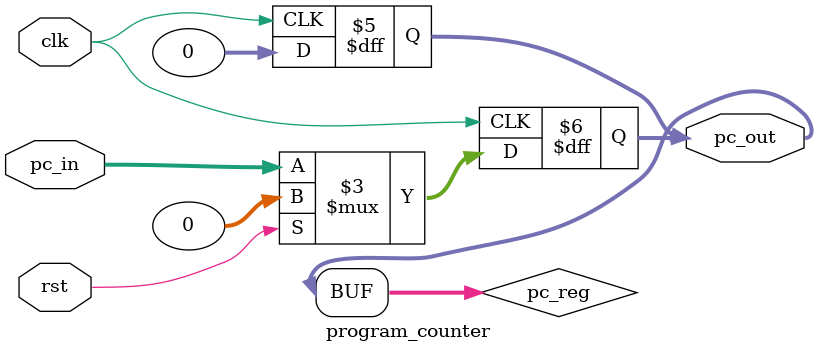
<source format=sv>
module program_counter (
    input logic [31:0] pc_in,
    input logic rst,
    input logic clk,
    output logic [31:0] pc_out
);
    logic [31:0] pc_reg;
    always_ff @( posedge clk) begin
        pc_out = 32'b0;
        if (rst) begin
            pc_reg <= 32'b0;
        end else begin
            pc_reg <= pc_in;
        end
    end
    assign pc_out = pc_reg;
endmodule
</source>
